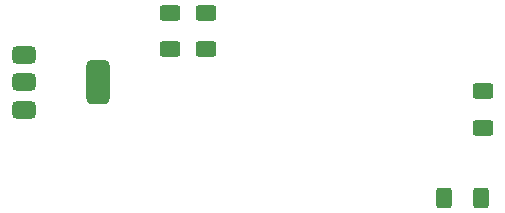
<source format=gbr>
%TF.GenerationSoftware,KiCad,Pcbnew,8.0.4*%
%TF.CreationDate,2024-08-04T01:49:23-04:00*%
%TF.ProjectId,ESP32-C3-BreadBoardAdapter,45535033-322d-4433-932d-427265616442,rev?*%
%TF.SameCoordinates,Original*%
%TF.FileFunction,Paste,Bot*%
%TF.FilePolarity,Positive*%
%FSLAX46Y46*%
G04 Gerber Fmt 4.6, Leading zero omitted, Abs format (unit mm)*
G04 Created by KiCad (PCBNEW 8.0.4) date 2024-08-04 01:49:23*
%MOMM*%
%LPD*%
G01*
G04 APERTURE LIST*
G04 Aperture macros list*
%AMRoundRect*
0 Rectangle with rounded corners*
0 $1 Rounding radius*
0 $2 $3 $4 $5 $6 $7 $8 $9 X,Y pos of 4 corners*
0 Add a 4 corners polygon primitive as box body*
4,1,4,$2,$3,$4,$5,$6,$7,$8,$9,$2,$3,0*
0 Add four circle primitives for the rounded corners*
1,1,$1+$1,$2,$3*
1,1,$1+$1,$4,$5*
1,1,$1+$1,$6,$7*
1,1,$1+$1,$8,$9*
0 Add four rect primitives between the rounded corners*
20,1,$1+$1,$2,$3,$4,$5,0*
20,1,$1+$1,$4,$5,$6,$7,0*
20,1,$1+$1,$6,$7,$8,$9,0*
20,1,$1+$1,$8,$9,$2,$3,0*%
G04 Aperture macros list end*
%ADD10RoundRect,0.250000X-0.625000X0.400000X-0.625000X-0.400000X0.625000X-0.400000X0.625000X0.400000X0*%
%ADD11RoundRect,0.250000X0.625000X-0.400000X0.625000X0.400000X-0.625000X0.400000X-0.625000X-0.400000X0*%
%ADD12RoundRect,0.250000X0.400000X0.625000X-0.400000X0.625000X-0.400000X-0.625000X0.400000X-0.625000X0*%
%ADD13RoundRect,0.375000X-0.625000X-0.375000X0.625000X-0.375000X0.625000X0.375000X-0.625000X0.375000X0*%
%ADD14RoundRect,0.500000X-0.500000X-1.400000X0.500000X-1.400000X0.500000X1.400000X-0.500000X1.400000X0*%
G04 APERTURE END LIST*
D10*
%TO.C,R6*%
X133740000Y-60850000D03*
X133740000Y-63950000D03*
%TD*%
%TO.C,R5*%
X136740000Y-60850000D03*
X136740000Y-63950000D03*
%TD*%
D11*
%TO.C,R1*%
X160250000Y-70600000D03*
X160250000Y-67500000D03*
%TD*%
D12*
%TO.C,R2*%
X160050000Y-76500000D03*
X156950000Y-76500000D03*
%TD*%
D13*
%TO.C,U2*%
X121350000Y-69050000D03*
X121350000Y-66750000D03*
X121350000Y-64450000D03*
D14*
X127650000Y-66750000D03*
%TD*%
M02*

</source>
